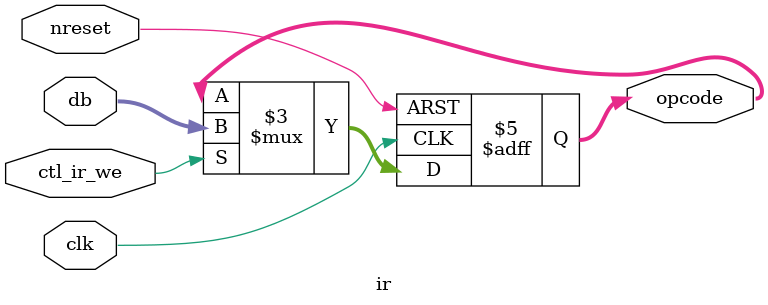
<source format=v>


module ir(
	ctl_ir_we,
	clk,
	nreset,
	db,
	opcode
);


input wire	ctl_ir_we;
input wire	clk;
input wire	nreset;
input wire	[7:0] db;
output reg	[7:0] opcode;






always@(posedge clk or negedge nreset)
begin
if (!nreset)
	begin
	opcode[7:0] <= 8'b00000000;
	end
else
if (ctl_ir_we)
	begin
	opcode[7:0] <= db[7:0];
	end
end


endmodule

</source>
